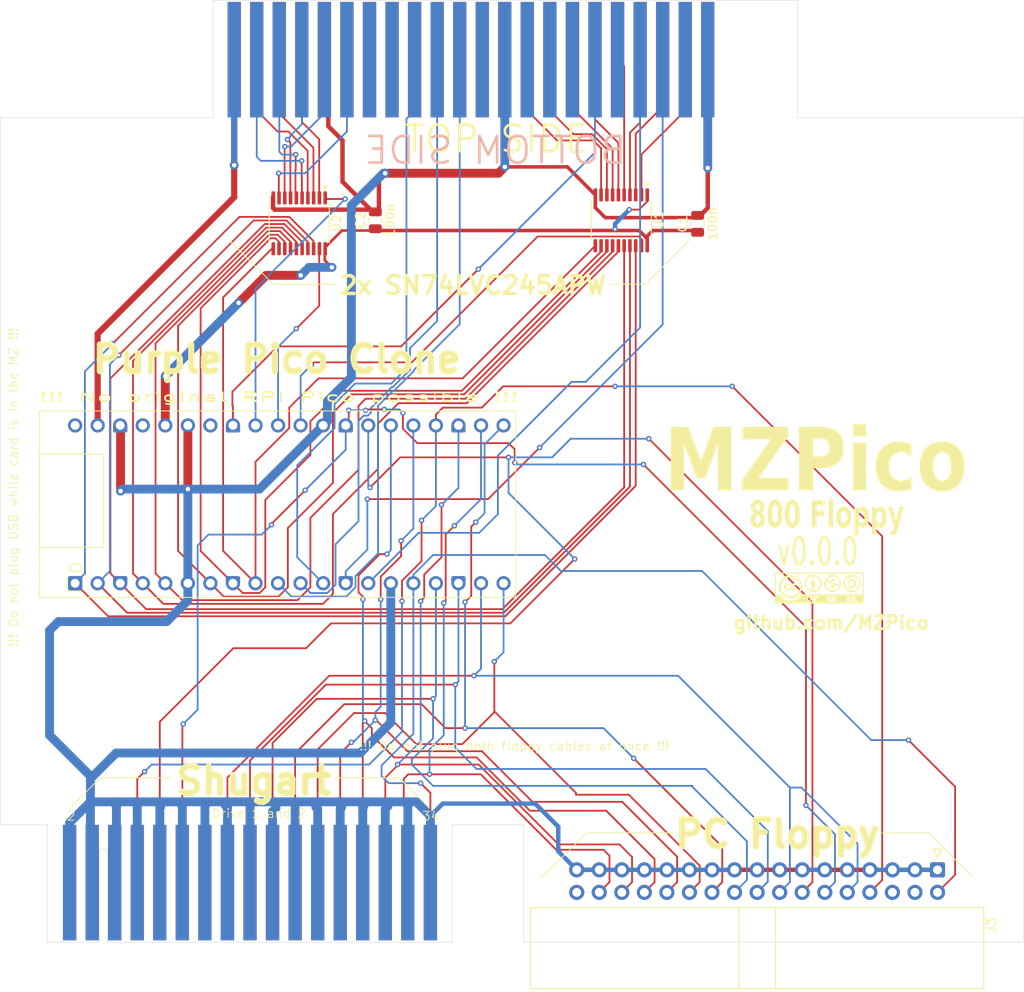
<source format=kicad_pcb>
(kicad_pcb (version 20241229) (generator "pcbnew") (generator_version "9.0")
  (layers (0 "F.Cu" signal) (2 "B.Cu" signal) (13 "F.Paste" user) (15 "B.Paste" user) (5 "F.SilkS" user "F.Silkscreen") (7 "B.SilkS" user "B.Silkscreen") (1 "F.Mask" user) (3 "B.Mask" user) (25 "Edge.Cuts" user))
  (net 0 "")
  (net 1 "GND")
  (net 3 "/AD0")
  (net 4 "/RESET")
  (net 5 "/~{INT}")
  (net 6 "/D4")
  (net 8 "/~{RD}")
  (net 9 "/~{IORQ}")
  (net 10 "/D2")
  (net 11 "/5V")
  (net 12 "/D6")
  (net 15 "/~{WR}")
  (net 17 "/D7")
  (net 18 "/AD2")
  (net 19 "/AD1")
  (net 20 "/AD5")
  (net 21 "/AD7")
  (net 22 "/~{EXWAIT}")
  (net 25 "/D0")
  (net 26 "/AD4")
  (net 29 "/D5")
  (net 31 "/AD6")
  (net 32 "/D1")
  (net 34 "/AD3")
  (net 37 "/D3")
  (net 38 "/VCC")
  (net 42 "/~{MOTOR_ON}")
  (net 43 "/~{INDEX}")
  (net 45 "/~{WGATE}")
  (net 46 "/~{DEN_RDY}")
  (net 47 "/~{TRK00}")
  (net 49 "/~{HDSEL}")
  (net 50 "/~{DIR}")
  (net 51 "/~{DS0}")
  (net 53 "/~{RDATA}")
  (net 54 "/~{STEP}")
  (net 55 "/~{DS1}")
  (net 56 "/~{WPT}")
  (net 57 "/~{WDATA}")
  (net 58 "/~{EN0}")
  (net 59 "/C6")
  (net 60 "/C4")
  (net 61 "/C2")
  (net 62 "/C7")
  (net 63 "/C0")
  (net 64 "/C3")
  (net 65 "/C5")
  (net 66 "/C1")
  (net 70 "/~{EN1}")
  (net 72 "/~{RD1}")
  (footprint "MZPico:Pico_Purple_16MB" (layer "F.Cu") (at 102.38 88.58 90)
    (property "Reference" "U4" (hide yes))
    (property "Value" "~" (hide yes))
  )
  (footprint "Package_SO:TSSOP-20_4.4x6.5mm_P0.65mm" (layer "F.Cu") (at 163.9 47.7 -90)
    (property "Reference" "U1")
    (property "Value" "SN74LVC245APW" (hide yes))
  )
  (footprint "Connector_IDC:IDC-Header_2x17_P2.54mm_Horizontal" (layer "F.Cu") (at 199.52 120.86 -90)
    (property "Reference" "J3")
    (property "Value" "PC Floppy")
  )
  (footprint "MZPico:MZ800_Expansion_Edge" (layer "F.Cu") (at 146.97 29.8032 180)
    (property "Reference" "J1" (hide yes))
    (property "Value" "MZ800_Expansion_Bus" (hide yes))
    (fp_line (start 29.053716 6.89369) (end 29.053716 -6.334751) (stroke (width 0.05)) (layer "Edge.Cuts"))
    (fp_line (start -36.768144 -6.335424) (end -36.768144 6.89369) (stroke (width 0.05)) (layer "Edge.Cuts"))
    (fp_line (start -36.773296 6.89369) (end 29.053716 6.89369) (stroke (width 0.05)) (layer "Edge.Cuts"))
  )
  (footprint "Package_SO:TSSOP-20_4.4x6.5mm_P0.65mm" (layer "F.Cu") (at 127.625 48.0375 -90)
    (property "Reference" "U2")
    (property "Value" "SN74LVC245APW")
  )
  (footprint "Capacitor_SMD:C_0805_2012Metric" (layer "F.Cu") (at 172.5 48.1 90)
    (property "Reference" "C1")
    (property "Value" "100n")
  )
  (footprint "Capacitor_SMD:C_0805_2012Metric" (layer "F.Cu") (at 136.2 47.7 90)
    (property "Reference" "C2")
    (property "Value" "100n")
  )
  (footprint "MZPico:license" (layer "F.Cu") (at 186.2 89.1)
    (property "Reference" "G***" (hide yes))
    (property "Value" "LOGO" (hide yes))
  )
  (footprint "MZPico:Floppy_Shugart_Edge" (layer "B.Cu") (at 128.43 122.0968 180)
    (property "Reference" "J2" (hide yes))
    (property "Value" "SHUGART" (hide yes))
    (fp_line (start 29.17025 -6.907988) (end 29.17025 6.321126) (stroke (width 0.05)) (layer "Edge.Cuts"))
    (fp_line (start 29.17025 -6.907988) (end 23.324448 -6.908219) (stroke (width 0.05)) (layer "Edge.Cuts"))
    (fp_line (start 23.324448 3.559979) (end 22.398064 3.559641) (stroke (width 0.05)) (layer "Edge.Cuts"))
    (fp_line (start 23.324448 -6.908219) (end 23.324448 3.559979) (stroke (width 0.05)) (layer "Edge.Cuts"))
    (fp_line (start 22.398064 3.559641) (end 22.397477 -6.908219) (stroke (width 0.05)) (layer "Edge.Cuts"))
    (fp_line (start 22.397477 -6.908219) (end -16.427564 -6.908219) (stroke (width 0.05)) (layer "Edge.Cuts"))
    (fp_line (start -16.427564 6.321126) (end -16.427564 -6.907988) (stroke (width 0.05)) (layer "Edge.Cuts"))
  )
  (gr_line (start 124.7 54.9) (end 119.9 50.1) (stroke (width 0.1)) (layer "F.SilkS"))
  (gr_line (start 105.2 110.5) (end 113.2 110.5) (stroke (width 0.1)) (layer "F.SilkS"))
  (gr_line (start 160 116.7) (end 169.7 116.7) (stroke (width 0.1)) (layer "F.SilkS"))
  (gr_line (start 193.3 116.7) (end 198.5 116.7) (stroke (width 0.1)) (layer "F.SilkS"))
  (gr_line (start 131.7 54.9) (end 124.7 54.9) (stroke (width 0.1)) (layer "F.SilkS"))
  (gr_line (start 102 113.7) (end 105.2 110.5) (stroke (width 0.1)) (layer "F.SilkS"))
  (gr_line (start 154.9 121.8) (end 160 116.7) (stroke (width 0.1)) (layer "F.SilkS"))
  (gr_line (start 138.9 110.5) (end 142.2 113.8) (stroke (width 0.1)) (layer "F.SilkS"))
  (gr_line (start 166.6 54.9) (end 171.5 50) (stroke (width 0.1)) (layer "F.SilkS"))
  (gr_line (start 162.6 54.9) (end 166.6 54.9) (stroke (width 0.1)) (layer "F.SilkS"))
  (gr_line (start 198.5 116.7) (end 203.4 121.6) (stroke (width 0.1)) (layer "F.SilkS"))
  (gr_line (start 138.9 110.5) (end 131.7 110.5) (stroke (width 0.1)) (layer "F.SilkS"))
  (gr_line (start 152.9 115.775674) (end 152.9 129) (stroke (width 0.05)) (layer "Edge.Cuts"))
  (gr_line (start 152.9 129) (end 209.245 129) (stroke (width 0.05)) (layer "Edge.Cuts"))
  (gr_line (start 183.738144 36.138624) (end 209.245 36.138624) (stroke (width 0.05)) (layer "Edge.Cuts"))
  (gr_line (start 99.25975 115.775674) (end 93.945 115.775674) (stroke (width 0.05)) (layer "Edge.Cuts"))
  (gr_line (start 209.245 36.138624) (end 209.245 129) (stroke (width 0.05)) (layer "Edge.Cuts"))
  (gr_line (start 144.857564 115.775674) (end 152.9 115.775674) (stroke (width 0.05)) (layer "Edge.Cuts"))
  (gr_line (start 93.945 36.137951) (end 93.945 115.775674) (stroke (width 0.05)) (layer "Edge.Cuts"))
  (gr_line (start 117.916284 36.137951) (end 93.945 36.137951) (stroke (width 0.05)) (layer "Edge.Cuts"))
  (gr_text "2x SN74LVC245APW" (at 132 56.2 0) (layer "F.SilkS") (effects (font (size 2 2) (thickness 0.4) (bold yes)) (justify left bottom)))
  (gr_text "Drive 1 and 2" (at 117.7 115.1 0) (layer "F.SilkS") (effects (font (size 1 1) (thickness 0.1)) (justify left bottom)))
  (gr_text "34" (at 141.4 115.4 0) (layer "F.SilkS") (effects (font (size 1 1) (thickness 0.1)) (justify left bottom)))
  (gr_text "!!! Do not plug USB while card is in the MZ !!!" (at 96 95.8 90) (layer "F.SilkS") (effects (font (size 1 1) (thickness 0.1)) (justify left bottom)))
  (gr_text "github.com/MZPico" (at 176.4 93.9 0) (layer "F.SilkS") (effects (font (size 1.5 1.5) (thickness 0.3) (bold yes)) (justify left bottom)))
  (gr_text "!!! No original RPI Pico possible !!!" (at 98.2 68.2 0) (layer "F.SilkS") (effects (font (size 1 2) (thickness 0.2) (bold yes)) (justify left bottom)))
  (gr_text "Shugart" (at 113.4 112.6 0) (layer "F.SilkS") (effects (font (size 3 3) (thickness 0.7) (bold yes)) (justify left bottom)))
  (gr_text "v0.0.0" (at 181.26 86.8 0) (layer "F.SilkS") (effects (font (size 3 2) (thickness 0.3)) (justify left bottom)))
  (gr_text "800 Floppy" (at 178.3 82.8 0) (layer "F.SilkS") (effects (font (size 3 2) (thickness 0.1)) (justify left bottom)))
  (gr_text "PC Floppy" (at 169.6 118.6 0) (layer "F.SilkS") (effects (font (size 3 3) (thickness 0.7) (bold yes)) (justify left bottom)))
  (gr_text "2" (at 101.4 115.4 0) (layer "F.SilkS") (effects (font (size 1 1) (thickness 0.1)) (justify left bottom)))
  (gr_text "TOP SIDE" (at 139.3 40.3 0) (layer "F.SilkS") (effects (font (size 3 3) (thickness 0.3)) (justify left bottom)))
  (gr_text "!!! Do not plug both floppy cables at once !!!" (at 134.3 107.5 0) (layer "F.SilkS") (effects (font (size 1 1) (thickness 0.1)) (justify left bottom)))
  (gr_text "Purple Pico Clone" (at 104 65.1 0) (layer "F.SilkS") (effects (font (size 3 3) (thickness 0.7) (bold yes)) (justify left bottom)))
  (gr_text "MZPico" (at 168.7 79.3 0) (layer "F.SilkS") (effects (font (size 7 6) (thickness 0.1)) (justify left bottom)))
  (gr_text "BOTTOM SIDE" (at 164.685 41.575 0) (layer "B.SilkS") (effects (font (size 3 3) (thickness 0.3)) (justify left bottom mirror)))
  (segment (start 115.08 70.8) (end 115.08 77.98) (width 1) (layer "F.Cu") (net 1))
  (segment (start 173.64 46.31) (end 173.64 29.6) (width 0.5) (layer "F.Cu") (net 1))
  (segment (start 158.88 120.86) (end 161.42 120.86) (width 0.5) (layer "F.Cu") (net 1))
  (segment (start 173 46.95) (end 173.64 46.31) (width 0.5) (layer "F.Cu") (net 1))
  (segment (start 130.9 30.04) (end 130.46 29.6) (width 0.5) (layer "F.Cu") (net 1))
  (segment (start 173 46.95) (end 172.55 47.4) (width 0.4) (layer "F.Cu") (net 1))
  (segment (start 124.674 46.324) (end 124.674 45.0375) (width 0.5) (layer "F.Cu") (net 1))
  (segment (start 136.1 46.95) (end 132.5 43.35) (width 0.5) (layer "F.Cu") (net 1))
  (segment (start 160.975 44.8375) (end 157.8175 41.68) (width 0.4) (layer "F.Cu") (net 1))
  (segment (start 157.8175 41.68) (end 150.78 41.68) (width 0.4) (layer "F.Cu") (net 1))
  (segment (start 176.66 120.86) (end 184.28 120.86) (width 0.5) (layer "F.Cu") (net 1))
  (segment (start 186.82 120.86) (end 191.9 120.86) (width 0.5) (layer "F.Cu") (net 1))
  (segment (start 132.5 38.7) (end 130.9 37.1) (width 0.5) (layer "F.Cu") (net 1))
  (segment (start 130.9 37.1) (end 130.9 30.04) (width 0.5) (layer "F.Cu") (net 1))
  (segment (start 150.06 42.4) (end 150.78 41.68) (width 1) (layer "F.Cu") (net 1))
  (segment (start 124.85 46.5) (end 124.674 46.324) (width 0.5) (layer "F.Cu") (net 1))
  (segment (start 162.1 47.4) (end 160.975 46.275) (width 0.4) (layer "F.Cu") (net 1))
  (segment (start 135.65 46.5) (end 124.85 46.5) (width 0.5) (layer "F.Cu") (net 1))
  (segment (start 132.5 43.35) (end 132.5 38.7) (width 0.5) (layer "F.Cu") (net 1))
  (segment (start 194.44 120.86) (end 199.52 120.86) (width 0.5) (layer "F.Cu") (net 1))
  (segment (start 136.6 46.45) (end 136.6 43.1) (width 0.5) (layer "F.Cu") (net 1))
  (segment (start 137.3 42.4) (end 150.06 42.4) (width 1) (layer "F.Cu") (net 1))
  (segment (start 136.1 46.95) (end 136.6 46.45) (width 0.5) (layer "F.Cu") (net 1))
  (segment (start 172.55 47.4) (end 162.1 47.4) (width 0.4) (layer "F.Cu") (net 1))
  (segment (start 107.5 70.91) (end 107.5 78.09) (width 1) (layer "F.Cu") (net 1))
  (segment (start 160.975 46.275) (end 160.975 44.8375) (width 0.4) (layer "F.Cu") (net 1))
  (segment (start 136.6 43.1) (end 137.3 42.4) (width 0.5) (layer "F.Cu") (net 1))
  (segment (start 136.1 46.95) (end 135.65 46.5) (width 0.5) (layer "F.Cu") (net 1))
  (via (at 107.5 78.2) (size 1) (drill 0.5) (layers "F.Cu" "B.Cu") (net 1))
  (via (at 173.64 41.8) (size 1) (drill 0.5) (layers "F.Cu" "B.Cu") (net 1))
  (via (at 115.08 77.98) (size 1) (drill 0.5) (layers "F.Cu" "B.Cu") (net 1))
  (via (at 137.3 42.4) (size 1) (drill 0.5) (layers "F.Cu" "B.Cu") (net 1))
  (via (at 150.78 41.68) (size 1) (drill 0.5) (layers "F.Cu" "B.Cu") (net 1))
  (segment (start 184.28 120.86) (end 186.82 120.86) (width 0.5) (layer "B.Cu") (net 1))
  (segment (start 112 113.2) (end 112 113.8) (width 1) (layer "B.Cu") (net 1))
  (segment (start 119.54 113.84) (end 119.54 122.3) (width 1) (layer "B.Cu") (net 1))
  (segment (start 117 113.6) (end 117 122.3) (width 1) (layer "B.Cu") (net 1))
  (segment (start 191.9 120.86) (end 199.52 120.86) (width 0.5) (layer "B.Cu") (net 1))
  (segment (start 140.8 113.2) (end 142.4 114.8) (width 1) (layer "B.Cu") (net 1))
  (segment (start 132.4 113.2) (end 132.4 113.8) (width 1) (layer "B.Cu") (net 1))
  (segment (start 129.5 113.8) (end 129.7 114) (width 1) (layer "B.Cu") (net 1))
  (segment (start 130.799 68.068214) (end 133.5 65.367215) (width 1) (layer "B.Cu") (net 1))
  (segment (start 104.104552 110.595448) (end 104.104552 110.304552) (width 1) (layer "B.Cu") (net 1))
  (segment (start 100.5 92.9) (end 112.7 92.9) (width 1) (layer "B.Cu") (net 1))
  (segment (start 114.4 113.2) (end 117.4 113.2) (width 1) (layer "B.Cu") (net 1))
  (segment (start 129.5 113.2) (end 129.5 113.8) (width 1) (layer "B.Cu") (net 1))
  (segment (start 158.88 120.86) (end 156.8 118.78) (width 0.5) (layer "B.Cu") (net 1))
  (segment (start 139.7 113.2) (end 139.86 113.36) (width 1) (layer "B.Cu") (net 1))
  (segment (start 129.7 114) (end 129.7 122.3) (width 1) (layer "B.Cu") (net 1))
  (segment (start 104.104552 113.2) (end 104.104552 118.536456) (width 1) (layer "B.Cu") (net 1))
  (segment (start 101.76 122.3) (end 101.76 115.544552) (width 1) (layer "B.Cu") (net 1))
  (segment (start 107.032913 113.732913) (end 107.032913 118.122722) (width 1) (layer "B.Cu") (net 1))
  (segment (start 150.78 29.6) (end 150.78 41.68) (width 1) (layer "B.Cu") (net 1))
  (segment (start 107 113.2) (end 107 113.7) (width 1) (layer "B.Cu") (net 1))
  (segment (start 134.9 113.2) (end 134.9 113.7) (width 1) (layer "B.Cu") (net 1))
  (segment (start 107 107.7) (end 104.104552 110.595448) (width 1) (layer "B.Cu") (net 1))
  (segment (start 123.14 77.98) (end 130.32 70.8) (width 1) (layer "B.Cu") (net 1))
  (segment (start 114.4 113.7) (end 114.46 113.76) (width 1) (layer "B.Cu") (net 1))
  (segment (start 132.24 113.96) (end 132.24 122.3) (width 1) (layer "B.Cu") (net 1))
  (segment (start 125 113.2) (end 125 113.9) (width 1) (layer "B.Cu") (net 1))
  (segment (start 134.78 113.82) (end 134.78 122.3) (width 1) (layer "B.Cu") (net 1))
  (segment (start 156.8 116) (end 154.2 113.4) (width 0.5) (layer "B.Cu") (net 1))
  (segment (start 104.104552 110.304552) (end 99.5 105.7) (width 1) (layer "B.Cu") (net 1))
  (segment (start 137.115628 42.4) (end 137.3 42.4) (width 1) (layer "B.Cu") (net 1))
  (segment (start 112.7 92.9) (end 115.08 90.52) (width 1) (layer "B.Cu") (net 1))
  (segment (start 112 113.8) (end 111.92 113.88) (width 1) (layer "B.Cu") (net 1))
  (segment (start 115.08 77.98) (end 115.08 88.58) (width 1) (layer "B.Cu") (net 1))
  (segment (start 137.94 104.26) (end 134.5 107.7) (width 1) (layer "B.Cu") (net 1))
  (segment (start 137.6 113.2) (end 137.6 113.7) (width 1) (layer "B.Cu") (net 1))
  (segment (start 109.2 113.2) (end 112 113.2) (width 1) (layer "B.Cu") (net 1))
  (segment (start 122.08 113.82) (end 122.08 122.3) (width 1) (layer "B.Cu") (net 1))
  (segment (start 104.104552 113.2) (end 107 113.2) (width 1) (layer "B.Cu") (net 1))
  (segment (start 107.72 77.98) (end 107.5 78.2) (width 1) (layer "B.Cu") (net 1))
  (segment (start 143.8 113.4) (end 142.4 114.8) (width 0.5) (layer "B.Cu") (net 1))
  (segment (start 114.4 113.2) (end 114.4 113.7) (width 1) (layer "B.Cu") (net 1))
  (segment (start 124.62 114.28) (end 124.62 122.3) (width 1) (layer "B.Cu") (net 1))
  (segment (start 156.8 118.78) (end 156.8 116) (width 0.5) (layer "B.Cu") (net 1))
  (segment (start 132.4 113.8) (end 132.24 113.96) (width 1) (layer "B.Cu") (net 1))
  (segment (start 130.32 70.8) (end 130.799 70.321) (width 1) (layer "B.Cu") (net 1))
  (segment (start 117.4 113.2) (end 119.3 113.2) (width 1) (layer "B.Cu") (net 1))
  (segment (start 107 113.2) (end 109.2 113.2) (width 1) (layer "B.Cu") (net 1))
  (segment (start 112 113.2) (end 114.4 113.2) (width 1) (layer "B.Cu") (net 1))
  (segment (start 122.1 113.2) (end 125 113.2) (width 1) (layer "B.Cu") (net 1))
  (segment (start 125 113.9) (end 124.62 114.28) (width 1) (layer "B.Cu") (net 1))
  (segment (start 99.5 93.9) (end 100.5 92.9) (width 1) (layer "B.Cu") (net 1))
  (segment (start 111.92 113.88) (end 111.92 122.3) (width 1) (layer "B.Cu") (net 1))
  (segment (start 117.4 113.2) (end 117 113.6) (width 1) (layer "B.Cu") (net 1))
  (segment (start 127.16 113.24) (end 127.16 122.3) (width 1) (layer "B.Cu") (net 1))
  (segment (start 125 113.2) (end 127.2 113.2) (width 1) (layer "B.Cu") (net 1))
  (segment (start 101.76 115.544552) (end 104.104552 113.2) (width 1) (layer "B.Cu") (net 1))
  (segment (start 154.2 113.4) (end 143.8 113.4) (width 0.5) (layer "B.Cu") (net 1))
  (segment (start 133.5 46.015628) (end 137.115628 42.4) (width 1) (layer "B.Cu") (net 1))
  (segment (start 115.08 77.98) (end 107.72 77.98) (width 1) (layer "B.Cu") (net 1))
  (segment (start 139.86 113.36) (end 139.86 122.3) (width 1) (layer "B.Cu") (net 1))
  (segment (start 137.32 113.98) (end 137.32 122.3) (width 1) (layer "B.Cu") (net 1))
  (segment (start 99.5 105.7) (end 99.5 93.9) (width 1) (layer "B.Cu") (net 1))
  (segment (start 119.3 113.2) (end 119.3 113.6) (width 1) (layer "B.Cu") (net 1))
  (segment (start 129.5 113.2) (end 132.4 113.2) (width 1) (layer "B.Cu") (net 1))
  (segment (start 115.08 90.52) (end 115.08 88.58) (width 1) (layer "B.Cu") (net 1))
  (segment (start 109.2 113.2) (end 109.38 113.38) (width 1) (layer "B.Cu") (net 1))
  (segment (start 158.88 120.86) (end 176.66 120.86) (width 0.5) (layer "B.Cu") (net 1))
  (segment (start 122.1 113.2) (end 122.1 113.8) (width 1) (layer "B.Cu") (net 1))
  (segment (start 132.4 113.2) (end 134.9 113.2) (width 1) (layer "B.Cu") (net 1))
  (segment (start 122.1 113.8) (end 122.08 113.82) (width 1) (layer "B.Cu") (net 1))
  (segment (start 173.64 41.8) (end 173.64 29.6) (width 1) (layer "B.Cu") (net 1))
  (segment (start 142.4 114.8) (end 142.4 122.3) (width 1) (layer "B.Cu") (net 1))
  (segment (start 134.9 113.2) (end 137.6 113.2) (width 1) (layer "B.Cu") (net 1))
  (segment (start 139.7 113.2) (end 140.8 113.2) (width 1) (layer "B.Cu") (net 1))
  (segment (start 107 113.7) (end 107.032913 113.732913) (width 1) (layer "B.Cu") (net 1))
  (segment (start 119.3 113.6) (end 119.54 113.84) (width 1) (layer "B.Cu") (net 1))
  (segment (start 104.104552 110.595448) (end 104.104552 113.2) (width 1) (layer "B.Cu") (net 1))
  (segment (start 130.799 70.321) (end 130.799 68.068214) (width 1) (layer "B.Cu") (net 1))
  (segment (start 134.9 113.7) (end 134.78 113.82) (width 1) (layer "B.Cu") (net 1))
  (segment (start 134.5 107.7) (end 107 107.7) (width 1) (layer "B.Cu") (net 1))
  (segment (start 133.5 65.367215) (end 133.5 46.015628) (width 1) (layer "B.Cu") (net 1))
  (segment (start 115.08 77.98) (end 123.14 77.98) (width 1) (layer "B.Cu") (net 1))
  (segment (start 127.2 113.2) (end 127.16 113.24) (width 1) (layer "B.Cu") (net 1))
  (segment (start 119.3 113.2) (end 122.1 113.2) (width 1) (layer "B.Cu") (net 1))
  (segment (start 127.2 113.2) (end 129.5 113.2) (width 1) (layer "B.Cu") (net 1))
  (segment (start 137.6 113.2) (end 139.7 113.2) (width 1) (layer "B.Cu") (net 1))
  (segment (start 137.94 88.58) (end 137.94 104.26) (width 1) (layer "B.Cu") (net 1))
  (segment (start 150.78 41.68) (end 150.8 41.7) (width 0.2) (layer "B.Cu") (net 1))
  (segment (start 109.38 113.38) (end 109.38 122.3) (width 1) (layer "B.Cu") (net 1))
  (segment (start 137.6 113.7) (end 137.32 113.98) (width 1) (layer "B.Cu") (net 1))
  (segment (start 114.46 113.76) (end 114.46 122.3) (width 1) (layer "B.Cu") (net 1))
  (segment (start 166.175 40.275) (end 166.175 44.8375) (width 0.2) (layer "F.Cu") (net 3))
  (segment (start 171.1 35.35) (end 166.175 40.275) (width 0.2) (layer "F.Cu") (net 3))
  (segment (start 171.1 29.6) (end 171.1 35.35) (width 0.2) (layer "F.Cu") (net 3))
  (segment (start 120.1 68.6) (end 120.16 68.66) (width 0.2) (layer "F.Cu") (net 4))
  (segment (start 147.8 53.2) (end 139.1 61.9) (width 0.2) (layer "F.Cu") (net 4))
  (segment (start 120.16 68.66) (end 120.16 70.8) (width 0.2) (layer "F.Cu") (net 4))
  (segment (start 125.2 61.9) (end 120.1 67) (width 0.2) (layer "F.Cu") (net 4))
  (segment (start 120.1 67) (end 120.1 68.6) (width 0.2) (layer "F.Cu") (net 4))
  (segment (start 139.1 61.9) (end 125.2 61.9) (width 0.2) (layer "F.Cu") (net 4))
  (via (at 147.8 53.2) (size 0.6) (drill 0.3) (layers "F.Cu" "B.Cu") (net 4))
  (segment (start 148.4 52.6) (end 147.8 53.2) (width 0.2) (layer "B.Cu") (net 4))
  (segment (start 160.94 40.06) (end 148.4 52.6) (width 0.2) (layer "B.Cu") (net 4))
  (segment (start 160.94 29.6) (end 160.94 40.06) (width 0.2) (layer "B.Cu") (net 4))
  (segment (start 158.3 65.9) (end 159.9 65.9) (width 0.2) (layer "B.Cu") (net 5))
  (segment (start 150 74.2) (end 158.3 65.9) (width 0.2) (layer "B.Cu") (net 5))
  (segment (start 141.08 82.9) (end 147.9 82.9) (width 0.2) (layer "B.Cu") (net 5))
  (segment (start 166.02 59.78) (end 166.02 29.6) (width 0.2) (layer "B.Cu") (net 5))
  (segment (start 136.02 88.58) (end 135.4 88.58) (width 0.2) (layer "B.Cu") (net 5))
  (segment (start 135.4 88.58) (end 141.08 82.9) (width 0.2) (layer "B.Cu") (net 5))
  (segment (start 159.9 65.9) (end 166.02 59.78) (width 0.2) (layer "B.Cu") (net 5))
  (segment (start 147.9 82.9) (end 150 80.8) (width 0.2) (layer "B.Cu") (net 5))
  (segment (start 150 80.8) (end 150 74.2) (width 0.2) (layer "B.Cu") (net 5))
  (segment (start 127.199 42.001) (end 127.199 44.9615) (width 0.2) (layer "F.Cu") (net 6))
  (segment (start 127.199 44.9615) (end 127.275 45.0375) (width 0.2) (layer "F.Cu") (net 6))
  (segment (start 127.225 40.3) (end 127.225 41.975) (width 0.2) (layer "F.Cu") (net 6))
  (segment (start 127.225 41.975) (end 127.199 42.001) (width 0.2) (layer "F.Cu") (net 6))
  (via (at 127.225 40.3) (size 0.6) (drill 0.3) (layers "F.Cu" "B.Cu") (net 6))
  (segment (start 127.225 40.3) (end 125.7 40.3) (width 0.2) (layer "B.Cu") (net 6))
  (segment (start 125.38 39.98) (end 125.38 29.6) (width 0.2) (layer "B.Cu") (net 6))
  (segment (start 125.7 40.3) (end 125.38 39.98) (width 0.2) (layer "B.Cu") (net 6))
  (segment (start 140.101 64.54195) (end 138.221475 66.421475) (width 0.2) (layer "B.Cu") (net 8))
  (segment (start 140.101 62.099) (end 140.101 64.54195) (width 0.2) (layer "B.Cu") (net 8))
  (segment (start 134.3 70.3) (end 134.3 81.6) (width 0.2) (layer "B.Cu") (net 8))
  (segment (start 135.701 69.348943) (end 135.348943 69.701) (width 0.2) (layer "B.Cu") (net 8))
  (segment (start 143.16 59.04) (end 140.101 62.099) (width 0.2) (layer "B.Cu") (net 8))
  (segment (start 131.712203 84.187797) (end 131.712203 88.744847) (width 0.2) (layer "B.Cu") (net 8))
  (segment (start 135.348943 69.701) (end 135 69.701) (width 0.2) (layer "B.Cu") (net 8))
  (segment (start 134.899 69.701) (end 134.3 70.3) (width 0.2) (layer "B.Cu") (net 8))
  (segment (start 138.221475 66.421475) (end 138.154025 66.488925) (width 0.2) (layer "B.Cu") (net 8))
  (segment (start 135 69.701) (end 134.899 69.701) (width 0.2) (layer "B.Cu") (net 8))
  (segment (start 143.16 29.6) (end 143.16 59.04) (width 0.2) (layer "B.Cu") (net 8))
  (segment (start 131.712203 88.744847) (end 130.77605 89.681) (width 0.2) (layer "B.Cu") (net 8))
  (segment (start 128.881 89.681) (end 127.78 88.58) (width 0.2) (layer "B.Cu") (net 8))
  (segment (start 130.77605 89.681) (end 128.881 89.681) (width 0.2) (layer "B.Cu") (net 8))
  (segment (start 131.8 84.1) (end 131.712203 84.187797) (width 0.2) (layer "B.Cu") (net 8))
  (segment (start 138.043975 66.488925) (end 135.701 68.8319) (width 0.2) (layer "B.Cu") (net 8))
  (segment (start 134.3 81.6) (end 131.8 84.1) (width 0.2) (layer "B.Cu") (net 8))
  (segment (start 135.701 68.8319) (end 135.701 69.348943) (width 0.2) (layer "B.Cu") (net 8))
  (segment (start 138.154025 66.488925) (end 138.043975 66.488925) (width 0.2) (layer "B.Cu") (net 8))
  (segment (start 138.320125 66.889925) (end 138.210075 66.889925) (width 0.2) (layer "B.Cu") (net 9))
  (segment (start 133.966 89.038122) (end 132.922122 90.082) (width 0.2) (layer "B.Cu") (net 9))
  (segment (start 145.7 59.4) (end 140.502 64.598) (width 0.2) (layer "B.Cu") (net 9))
  (segment (start 145.7 29.6) (end 145.7 59.4) (width 0.2) (layer "B.Cu") (net 9))
  (segment (start 140.502 64.598) (end 140.502 64.70805) (width 0.2) (layer "B.Cu") (net 9))
  (segment (start 132.922122 90.082) (end 126.742 90.082) (width 0.2) (layer "B.Cu") (net 9))
  (segment (start 126.742 90.082) (end 125.24 88.58) (width 0.2) (layer "B.Cu") (net 9))
  (segment (start 133.966 87.770406) (end 133.966 89.038122) (width 0.2) (layer "B.Cu") (net 9))
  (segment (start 136.501 68.599) (end 136.501 85.235406) (width 0.2) (layer "B.Cu") (net 9))
  (segment (start 136.501 85.235406) (end 133.966 87.770406) (width 0.2) (layer "B.Cu") (net 9))
  (segment (start 138.210075 66.889925) (end 136.501 68.599) (width 0.2) (layer "B.Cu") (net 9))
  (segment (start 140.502 64.70805) (end 138.320125 66.889925) (width 0.2) (layer "B.Cu") (net 9))
  (segment (start 122.84 29.6) (end 122.84 35.35) (width 0.2) (layer "F.Cu") (net 10))
  (segment (start 125.19 37.7) (end 126.4 37.7) (width 0.2) (layer "F.Cu") (net 10))
  (segment (start 122.84 35.35) (end 125.19 37.7) (width 0.2) (layer "F.Cu") (net 10))
  (segment (start 126.4 37.7) (end 128.575 39.875) (width 0.2) (layer "F.Cu") (net 10))
  (segment (start 128.575 39.875) (end 128.575 45.0375) (width 0.2) (layer "F.Cu") (net 10))
  (segment (start 120.3 45.1) (end 104.92 60.48) (width 0.7) (layer "F.Cu") (net 11))
  (segment (start 104.92 60.48) (end 104.92 70.8) (width 0.7) (layer "F.Cu") (net 11))
  (segment (start 120.3 41.5) (end 120.3 45.1) (width 0.7) (layer "F.Cu") (net 11))
  (segment (start 120.3 29.6) (end 120.3 41.5) (width 0.7) (layer "F.Cu") (net 11))
  (via (at 120.3 41.5) (size 1) (drill 0.5) (layers "F.Cu" "B.Cu") (net 11))
  (segment (start 120.3 29.6) (end 120.3 41.4) (width 0.7) (layer "B.Cu") (net 11))
  (segment (start 125.975 45.0375) (end 125.975 39.475) (width 0.2) (layer "F.Cu") (net 12))
  (via (at 126 39.4) (size 0.6) (drill 0.3) (layers "F.Cu" "B.Cu") (net 12))
  (segment (start 126.7 39.4) (end 126 39.4) (width 0.2) (layer "B.Cu") (net 12))
  (segment (start 130.46 29.6) (end 130.46 35.64) (width 0.2) (layer "B.Cu") (net 12))
  (segment (start 130.46 35.64) (end 126.7 39.4) (width 0.2) (layer "B.Cu") (net 12))
  (segment (start 127.4 75.3) (end 127.4 85.66) (width 0.2) (layer "B.Cu") (net 15))
  (segment (start 131.6 71.1) (end 127.4 75.3) (width 0.2) (layer "B.Cu") (net 15))
  (segment (start 127.4 85.66) (end 130.32 88.58) (width 0.2) (layer "B.Cu") (net 15))
  (segment (start 140.62 29.6) (end 140.62 35.35) (width 0.2) (layer "B.Cu") (net 15))
  (segment (start 139.7 36.27) (end 139.7 64.37585) (width 0.2) (layer "B.Cu") (net 15))
  (segment (start 139.7 64.37585) (end 137.987925 66.087925) (width 0.2) (layer "B.Cu") (net 15))
  (segment (start 133.912075 66.087925) (end 131.6 68.4) (width 0.2) (layer "B.Cu") (net 15))
  (segment (start 137.987925 66.087925) (end 133.912075 66.087925) (width 0.2) (layer "B.Cu") (net 15))
  (segment (start 140.62 35.35) (end 139.7 36.27) (width 0.2) (layer "B.Cu") (net 15))
  (segment (start 131.6 68.4) (end 131.6 71.1) (width 0.2) (layer "B.Cu") (net 15))
  (segment (start 125.3 42.4) (end 125.325 42.425) (width 0.2) (layer "F.Cu") (net 17))
  (segment (start 125.325 42.425) (end 125.325 45.0375) (width 0.2) (layer "F.Cu") (net 17))
  (via (at 125.3 42.4) (size 0.6) (drill 0.3) (layers "F.Cu" "B.Cu") (net 17))
  (segment (start 133 37.7) (end 128.6 42.1) (width 0.2) (layer "B.Cu") (net 17))
  (segment (start 133 29.6) (end 133 37.7) (width 0.2) (layer "B.Cu") (net 17))
  (segment (start 128.3 42.4) (end 125.3 42.4) (width 0.2) (layer "B.Cu") (net 17))
  (segment (start 128.6 42.1) (end 128.3 42.4) (width 0.2) (layer "B.Cu") (net 17))
  (segment (start 166.02 29.6) (end 166.02 36.68) (width 0.2) (layer "F.Cu") (net 18))
  (segment (start 164.875 37.825) (end 164.875 44.8375) (width 0.2) (layer "F.Cu") (net 18))
  (segment (start 166.02 36.68) (end 164.875 37.825) (width 0.2) (layer "F.Cu") (net 18))
  (segment (start 168.56 29.66) (end 168.6 29.7) (width 0.2) (layer "F.Cu") (net 19))
  (segment (start 168.6 34.872) (end 165.525 37.947) (width 0.2) (layer "F.Cu") (net 19))
  (segment (start 165.525 37.947) (end 165.525 44.8375) (width 0.2) (layer "F.Cu") (net 19))
  (segment (start 168.56 29.6) (end 168.56 29.66) (width 0.2) (layer "F.Cu") (net 19))
  (segment (start 168.6 29.7) (end 168.6 34.872) (width 0.2) (layer "F.Cu") (net 19))
  (segment (start 158.4 29.6) (end 158.4 35.1) (width 0.2) (layer "F.Cu") (net 20))
  (segment (start 158.4 35.1) (end 162.925 39.625) (width 0.2) (layer "F.Cu") (net 20))
  (segment (start 162.925 39.625) (end 162.925 44.8375) (width 0.2) (layer "F.Cu") (net 20))
  (segment (start 160.7329 38.7) (end 161.625 39.5921) (width 0.2) (layer "F.Cu") (net 21))
  (segment (start 153.32 35.35) (end 156.67 38.7) (width 0.2) (layer "F.Cu") (net 21))
  (segment (start 156.67 38.7) (end 160.7329 38.7) (width 0.2) (layer "F.Cu") (net 21))
  (segment (start 161.625 39.5921) (end 161.625 44.8375) (width 0.2) (layer "F.Cu") (net 21))
  (segment (start 153.32 29.6) (end 153.32 35.35) (width 0.2) (layer "F.Cu") (net 21))
  (segment (start 135.3 79.1) (end 148.9 79.1) (width 0.2) (layer "F.Cu") (net 22))
  (segment (start 148.9 79.1) (end 154.7 73.3) (width 0.2) (layer "F.Cu") (net 22))
  (via (at 154.7 73.3) (size 0.6) (drill 0.3) (layers "F.Cu" "B.Cu") (net 22))
  (via (at 135.3 79.1) (size 0.6) (drill 0.3) (layers "F.Cu" "B.Cu") (net 22))
  (segment (start 168.56 29.6) (end 168.56 59.44) (width 0.2) (layer "B.Cu") (net 22))
  (segment (start 132.86 88.58) (end 132.86 87.231506) (width 0.2) (layer "B.Cu") (net 22))
  (segment (start 168.56 59.44) (end 154.7 73.3) (width 0.2) (layer "B.Cu") (net 22))
  (segment (start 135.3 84.791506) (end 135.3 79.1) (width 0.2) (layer "B.Cu") (net 22))
  (segment (start 132.86 87.231506) (end 135.3 84.791506) (width 0.2) (layer "B.Cu") (net 22))
  (segment (start 127.92 29.6) (end 127.92 36.62) (width 0.2) (layer "F.Cu") (net 25))
  (segment (start 127.92 36.62) (end 129.875 38.575) (width 0.2) (layer "F.Cu") (net 25))
  (segment (start 129.875 38.575) (end 129.875 45.0375) (width 0.2) (layer "F.Cu") (net 25))
  (segment (start 127.9 29.6) (end 127.8 29.5) (width 0.2) (layer "F.Cu") (net 25))
  (segment (start 163.575 38.975) (end 163.575 44.8375) (width 0.2) (layer "F.Cu") (net 26))
  (segment (start 160.94 36.34) (end 163.575 38.975) (width 0.2) (layer "F.Cu") (net 26))
  (segment (start 160.94 29.6) (end 160.94 36.34) (width 0.2) (layer "F.Cu") (net 26))
  (segment (start 126.625 38.925) (end 126.3 38.6) (width 0.2) (layer "F.Cu") (net 29))
  (segment (start 126.625 45.0375) (end 126.625 38.925) (width 0.2) (layer "F.Cu") (net 29))
  (via (at 126.3 38.6) (size 0.6) (drill 0.3) (layers "F.Cu" "B.Cu") (net 29))
  (segment (start 126.3 38.6) (end 126.6 38.3) (width 0.2) (layer "B.Cu") (net 29))
  (segment (start 126.6 38.3) (end 126.6 38.2) (width 0.2) (layer "B.Cu") (net 29))
  (segment (start 127.92 29.6) (end 127.92 36.88) (width 0.2) (layer "B.Cu") (net 29))
  (segment (start 127.92 36.88) (end 126.6 38.2) (width 0.2) (layer "B.Cu") (net 29))
  (segment (start 158.51 38) (end 160.6 38) (width 0.2) (layer "F.Cu") (net 31))
  (segment (start 155.86 35.35) (end 158.51 38) (width 0.2) (layer "F.Cu") (net 31))
  (segment (start 160.6 38) (end 162.275 39.675) (width 0.2) (layer "F.Cu") (net 31))
  (segment (start 155.86 29.6) (end 155.86 35.35) (width 0.2) (layer "F.Cu") (net 31))
  (segment (start 162.275 39.675) (end 162.275 44.8375) (width 0.2) (layer "F.Cu") (net 31))
  (segment (start 125.38 35.68) (end 129.225 39.525) (width 0.2) (layer "F.Cu") (net 32))
  (segment (start 129.225 39.525) (end 129.225 45.0375) (width 0.2) (layer "F.Cu") (net 32))
  (segment (start 125.38 29.6) (end 125.38 35.68) (width 0.2) (layer "F.Cu") (net 32))
  (segment (start 163.48 29.6) (end 164.225 30.345) (width 0.2) (layer "F.Cu") (net 34))
  (segment (start 164.225 30.345) (end 164.225 44.8375) (width 0.2) (layer "F.Cu") (net 34))
  (segment (start 127.9 41) (end 127.9 42.9) (width 0.2) (layer "F.Cu") (net 37))
  (segment (start 127.925 42.925) (end 127.925 45.0375) (width 0.2) (layer "F.Cu") (net 37))
  (segment (start 127.9 42.9) (end 127.925 42.925) (width 0.2) (layer "F.Cu") (net 37))
  (via (at 127.9 41) (size 0.6) (drill 0.3) (layers "F.Cu" "B.Cu") (net 37))
  (segment (start 127.9 41) (end 123.3 41) (width 0.2) (layer "B.Cu") (net 37))
  (segment (start 123.3 41) (end 122.84 40.54) (width 0.2) (layer "B.Cu") (net 37))
  (segment (start 122.84 40.54) (end 122.84 29.6) (width 0.2) (layer "B.Cu") (net 37))
  (segment (start 165.899999 46.5) (end 165.8 46.5) (width 0.2) (layer "F.Cu") (net 38))
  (segment (start 166.099999 46.3) (end 165.899999 46.5) (width 0.2) (layer "F.Cu") (net 38))
  (segment (start 166.825 44.8375) (end 166.825 45.574999) (width 0.2) (layer "F.Cu") (net 38))
  (segment (start 166.825 45.574999) (end 166.099999 46.3) (width 0.2) (layer "F.Cu") (net 38))
  (segment (start 132.4375 48.85) (end 130.525 50.7625) (width 0.3) (layer "F.Cu") (net 38))
  (segment (start 173 48.85) (end 167.45 48.85) (width 0.4) (layer "F.Cu") (net 38))
  (segment (start 112.54 68.1) (end 112.54 65.26) (width 1) (layer "F.Cu") (net 38))
  (segment (start 136.1 48.85) (end 132.4375 48.85) (width 0.3) (layer "F.Cu") (net 38))
  (segment (start 112.54 70.8) (end 112.54 68.1) (width 1) (layer "F.Cu") (net 38))
  (segment (start 165.8 46.5) (end 164.8 46.5) (width 0.2) (layer "F.Cu") (net 38))
  (segment (start 120.8 57) (end 123.9 53.9) (width 1) (layer "F.Cu") (net 38))
  (segment (start 130.5 52.2) (end 130.5 51.0385) (width 0.3) (layer "F.Cu") (net 38))
  (segment (start 131.3 53) (end 130.5 52.2) (width 0.3) (layer "F.Cu") (net 38))
  (segment (start 165.911292 48.85) (end 136.1 48.85) (width 0.4) (layer "F.Cu") (net 38))
  (segment (start 166.825 49.763708) (end 165.911292 48.85) (width 0.4) (layer "F.Cu") (net 38))
  (segment (start 123.9 53.9) (end 127.8 53.9) (width 1) (layer "F.Cu") (net 38))
  (segment (start 166.825 49.475) (end 166.825 50.5625) (width 0.4) (layer "F.Cu") (net 38))
  (segment (start 166.825 50.5625) (end 166.825 49.763708) (width 0.4) (layer "F.Cu") (net 38))
  (segment (start 167.45 48.85) (end 166.825 49.475) (width 0.4) (layer "F.Cu") (net 38))
  (via (at 112.54 65.26) (size 1) (drill 0.5) (layers "F.Cu" "B.Cu") (net 38))
  (via (at 120.8 57) (size 1) (drill 0.5) (layers "F.Cu" "B.Cu") (net 38))
  (via (at 164.8 46.5) (size 0.6) (drill 0.3) (layers "F.Cu" "B.Cu") (net 38))
  (via (at 131.3 53) (size 1) (drill 0.5) (layers "F.Cu" "B.Cu") (net 38))
  (via (at 127.8 53.9) (size 1) (drill 0.5) (layers "F.Cu" "B.Cu") (net 38))
  (via (at 163.2 48.7) (size 0.6) (drill 0.3) (layers "F.Cu" "B.Cu") (net 38))
  (segment (start 112.54 65.26) (end 120.8 57) (width 1) (layer "B.Cu") (net 38))
  (segment (start 128.7 53) (end 131.3 53) (width 1) (layer "B.Cu") (net 38))
  (segment (start 163.2 48.7) (end 163.2 48.8) (width 0.2) (layer "B.Cu") (net 38))
  (segment (start 163.2 48.1) (end 163.2 48.7) (width 0.5) (layer "B.Cu") (net 38))
  (segment (start 127.8 53.9) (end 128.35 53.35) (width 1) (layer "B.Cu") (net 38))
  (segment (start 164.8 46.5) (end 163.2 48.1) (width 0.5) (layer "B.Cu") (net 38))
  (segment (start 147.3 99) (end 131 99) (width 0.2) (layer "F.Cu") (net 42))
  (segment (start 131 99) (end 119.54 110.46) (width 0.2) (layer "F.Cu") (net 42))
  (segment (start 119.54 110.46) (end 119.54 122.3) (width 0.2) (layer "F.Cu") (net 42))
  (via (at 147.3 99) (size 0.6) (drill 0.3) (layers "F.Cu" "B.Cu") (net 42))
  (segment (start 148.1 98.2) (end 147.3 99) (width 0.2) (layer "B.Cu") (net 42))
  (segment (start 147.3 99) (end 170.3 99) (width 0.2) (layer "B.Cu") (net 42))
  (segment (start 182.891 122.249) (end 181.74 123.4) (width 0.2) (layer "B.Cu") (net 42))
  (segment (start 189.36 123.4) (end 190.511 122.249) (width 0.2) (layer "B.Cu") (net 42))
  (segment (start 190.511 117.911) (end 184.191 111.591) (width 0.2) (layer "B.Cu") (net 42))
  (segment (start 182.891 111.591) (end 182.891 122.249) (width 0.2) (layer "B.Cu") (net 42))
  (segment (start 184.191 111.591) (end 182.891 111.591) (width 0.2) (layer "B.Cu") (net 42))
  (segment (start 190.511 122.249) (end 190.511 117.911) (width 0.2) (layer "B.Cu") (net 42))
  (segment (start 170.3 99) (end 182.891 111.591) (width 0.2) (layer "B.Cu") (net 42))
  (segment (start 148.1 88.58) (end 148.1 98.2) (width 0.2) (layer "B.Cu") (net 42))
  (segment (start 150.6 66.4) (end 163.2 66.4) (width 0.2) (layer "F.Cu") (net 43))
  (segment (start 139.2 88.30295) (end 139.2 90.6) (width 0.2) (layer "F.Cu") (net 43))
  (segment (start 191.9 123.4) (end 193.289 122.011) (width 0.2) (layer "F.Cu") (net 43))
  (segment (start 193.289 122.011) (end 193.289 83.289) (width 0.2) (layer "F.Cu") (net 43))
  (segment (start 148.2 68.8) (end 150.6 66.4) (width 0.2) (layer "F.Cu") (net 43))
  (segment (start 110.2 109.8) (end 109.38 110.62) (width 0.2) (layer "F.Cu") (net 43))
  (segment (start 143.02 69.58) (end 143.8 68.8) (width 0.2) (layer "F.Cu") (net 43))
  (segment (start 109.38 110.62) (end 109.38 122.3) (width 0.2) (layer "F.Cu") (net 43))
  (segment (start 141.4 81.5) (end 141.4 86.10295) (width 0.2) (layer "F.Cu") (net 43))
  (segment (start 143.02 70.8) (end 143.02 69.58) (width 0.2) (layer "F.Cu") (net 43))
  (segment (start 143.8 68.8) (end 148.2 68.8) (width 0.2) (layer "F.Cu") (net 43))
  (segment (start 141.4 86.10295) (end 139.2 88.30295) (width 0.2) (layer "F.Cu") (net 43))
  (segment (start 193.289 83.289) (end 176.4 66.4) (width 0.2) (layer "F.Cu") (net 43))
  (via (at 176.4 66.4) (size 0.6) (drill 0.3) (layers "F.Cu" "B.Cu") (net 43))
  (via (at 163.2 66.4) (size 0.6) (drill 0.3) (layers "F.Cu" "B.Cu") (net 43))
  (via (at 110.2 109.8) (size 0.6) (drill 0.3) (layers "F.Cu" "B.Cu") (net 43))
  (via (at 139.2 90.6) (size 0.6) (drill 0.3) (layers "F.Cu" "B.Cu") (net 43))
  (via (at 141.4 81.5) (size 0.6) (drill 0.3) (layers "F.Cu" "B.Cu") (net 43))
  (segment (start 135.5 109) (end 111 109) (width 0.2) (layer "B.Cu") (net 43))
  (segment (start 139.2 105.3) (end 135.5 109) (width 0.2) (layer "B.Cu") (net 43))
  (segment (start 111 109) (end 110.2 109.8) (width 0.2) (layer "B.Cu") (net 43))
  (segment (start 143.02 79.88) (end 141.4 81.5) (width 0.2) (layer "B.Cu") (net 43))
  (segment (start 176.4 66.4) (end 163.2 66.4) (width 0.2) (layer "B.Cu") (net 43))
  (segment (start 143.02 70.8) (end 143.02 79.88) (width 0.2) (layer "B.Cu") (net 43))
  (segment (start 139.2 90.6) (end 139.2 105.3) (width 0.2) (layer "B.Cu") (net 43))
  (segment (start 133.8 103.2) (end 129.7 107.3) (width 0.2) (layer "F.Cu") (net 45))
  (segment (start 164.74776 112.4) (end 172.731 120.38324) (width 0.2) (layer "F.Cu") (net 45))
  (segment (start 172.731 120.38324) (end 172.731 122.249) (width 0.2) (layer "F.Cu") (net 45))
  (segment (start 137.3 103.2) (end 133.8 103.2) (width 0.2) (layer "F.Cu") (net 45))
  (segment (start 158.8 112.2) (end 158.8 112.4) (width 0.2) (layer "F.Cu") (net 45))
  (segment (start 158.8 112.4) (end 164.74776 112.4) (width 0.2) (layer "F.Cu") (net 45))
  (segment (start 149.6 103) (end 158.8 112.2) (width 0.2) (layer "F.Cu") (net 45))
  (segment (start 129.7 107.3) (end 129.7 122.3) (width 0.2) (layer "F.Cu") (net 45))
  (segment (start 149.6 103) (end 149.6 103.1) (width 0.2) (layer "F.Cu") (net 45))
  (segment (start 172.731 122.249) (end 171.58 123.4) (width 0.2) (layer "F.Cu") (net 45))
  (segment (start 140.8 106.7) (end 137.3 103.2) (width 0.2) (layer "F.Cu") (net 45))
  (segment (start 146 106.7) (end 140.8 106.7) (width 0.2) (layer "F.Cu") (net 45))
  (segment (start 149.6 97.4) (end 149.6 103) (width 0.2) (layer "F.Cu") (net 45))
  (segment (start 149.6 103.1) (end 146 106.7) (width 0.2) (layer "F.Cu") (net 45))
  (via (at 149.6 97.4) (size 0.6) (drill 0.3) (layers "F.Cu" "B.Cu") (net 45))
  (segment (start 150.64 96.36) (end 149.6 97.4) (width 0.2) (layer "B.Cu") (net 45))
  (segment (start 150.64 88.58) (end 150.64 96.36) (width 0.2) (layer "B.Cu") (net 45))
  (segment (start 201.5 117) (end 201.5 111.5) (width 0.2) (layer "F.Cu") (net 46))
  (segment (start 141.3 111.1) (end 142.4 112.2) (width 0.2) (layer "F.Cu") (net 46))
  (segment (start 142.4 112.2) (end 142.4 122.3) (width 0.2) (layer "F.Cu") (net 46))
  (segment (start 199.52 123.4) (end 201.5 121.42) (width 0.2) (layer "F.Cu") (net 46))
  (segment (start 201.5 121.42) (end 201.5 117) (width 0.2) (layer "F.Cu") (net 46))
  (segment (start 201.5 111.5) (end 196.25 106.25) (width 0.2) (layer "F.Cu") (net 46))
  (via (at 141.3 111.1) (size 0.6) (drill 0.3) (layers "F.Cu" "B.Cu") (net 46))
  (via (at 196.25 106.25) (size 0.6) (drill 0.3) (layers "F.Cu" "B.Cu") (net 46))
  (segment (start 136.9 110.3) (end 137.7 111.1) (width 0.2) (layer "B.Cu") (net 46))
  (segment (start 196.25 106.25) (end 192.05 106.25) (width 0.2) (layer "B.Cu") (net 46))
  (segment (start 137.7 111.1) (end 141.3 111.1) (width 0.2) (layer "B.Cu") (net 46))
  (segment (start 136.9 109.1) (end 136.9 110.3) (width 0.2) (layer "B.Cu") (net 46))
  (segment (start 192.05 106.25) (end 173 87.2) (width 0.2) (layer "B.Cu") (net 46))
  (segment (start 137 109) (end 136.9 109.1) (width 0.2) (layer "B.Cu") (net 46))
  (segment (start 157.1 87.2) (end 155.3 85.4) (width 0.2) (layer "B.Cu") (net 46))
  (segment (start 140.48 105.52) (end 137 109) (width 0.2) (layer "B.Cu") (net 46))
  (segment (start 140.48 87.62) (end 140.48 88.58) (width 0.2) (layer "B.Cu") (net 46))
  (segment (start 173 87.2) (end 157.1 87.2) (width 0.2) (layer "B.Cu") (net 46))
  (segment (start 140.48 88.58) (end 140.48 105.52) (width 0.2) (layer "B.Cu") (net 46))
  (segment (start 155.3 85.4) (end 142.7 85.4) (width 0.2) (layer "B.Cu") (net 46))
  (segment (start 142.7 85.4) (end 140.48 87.62) (width 0.2) (layer "B.Cu") (net 46))
  (segment (start 139.1 83.8) (end 139.1 85.53705) (width 0.2) (layer "F.Cu") (net 47))
  (segment (start 148.199 107.499) (end 139.799 107.499) (width 0.2) (layer "F.Cu") (net 47))
  (segment (start 133.5 106.5) (end 132.24 107.76) (width 0.2) (layer "F.Cu") (net 47))
  (segment (start 136.8 87.83705) (end 136.8 90.4) (width 0.2) (layer "F.Cu") (net 47))
  (segment (start 170.191 119.391) (end 168.9 118.1) (width 0.2) (layer "F.Cu") (net 47))
  (segment (start 139.799 107.499) (end 136.3 104) (width 0.2) (layer "F.Cu") (net 47))
  (segment (start 132.24 107.76) (end 132.24 122.3) (width 0.2) (layer "F.Cu") (net 47))
  (segment (start 170.191 122.249) (end 170.191 119.391) (width 0.2) (layer "F.Cu") (net 47))
  (segment (start 153.9 113.2) (end 148.4 107.7) (width 0.2) (layer "F.Cu") (net 47))
  (segment (start 164 113.2) (end 157.4 113.2) (width 0.2) (layer "F.Cu") (net 47))
  (segment (start 157.4 113.2) (end 153.9 113.2) (width 0.2) (layer "F.Cu") (net 47))
  (segment (start 169.04 123.4) (end 170.191 122.249) (width 0.2) (layer "F.Cu") (net 47))
  (segment (start 139.1 85.53705) (end 136.8 87.83705) (width 0.2) (layer "F.Cu") (net 47))
  (segment (start 148.4 107.7) (end 148.199 107.499) (width 0.2) (layer "F.Cu") (net 47))
  (segment (start 168.9 118.1) (end 164 113.2) (width 0.2) (layer "F.Cu") (net 47))
  (via (at 136.8 90.4) (size 0.6) (drill 0.3) (layers "F.Cu" "B.Cu") (net 47))
  (via (at 136.2 104) (size 0.6) (drill 0.3) (layers "F.Cu" "B.Cu") (net 47))
  (via (at 133.5 106.5) (size 0.6) (drill 0.3) (layers "F.Cu" "B.Cu") (net 47))
  (via (at 139.1 83.8) (size 0.6) (drill 0.3) (layers "F.Cu" "B.Cu") (net 47))
  (segment (start 136.8 102.5) (end 136.2 103.1) (width 0.2) (layer "B.Cu") (net 47))
  (segment (start 133.7 106.5) (end 133.5 106.5) (width 0.2) (layer "B.Cu") (net 47))
  (segment (start 140.48 82.42) (end 139.1 83.8) (width 0.2) (layer "B.Cu") (net 47))
  (segment (start 140.48 70.8) (end 140.48 82.42) (width 0.2) (layer "B.Cu") (net 47))
  (segment (start 136.8 90.4) (end 136.8 102.5) (width 0.2) (layer "B.Cu") (net 47))
  (segment (start 136.2 103.1) (end 136.2 104) (width 0.2) (layer "B.Cu") (net 47))
  (segment (start 136.2 104) (end 133.7 106.5) (width 0.2) (layer "B.Cu") (net 47))
  (segment (start 162.571 119.271) (end 161.9 118.6) (width 0.2) (layer "F.Cu") (net 49))
  (segment (start 139.4 110.6) (end 139.4 113.7) (width 0.2) (layer "F.Cu") (net 49))
  (segment (start 139.86 114.16) (end 139.86 122.3) (width 0.2) (layer "F.Cu") (net 49))
  (segment (start 144.121 90.579) (end 143.9 90.8) (width 0.2) (layer "F.Cu") (net 49))
  (segment (start 145.1 82.1) (end 144.121 83.079) (width 0.2) (layer "F.Cu") (net 49))
  (segment (start 162.571 122.249) (end 162.571 119.271) (width 0.2) (layer "F.Cu") (net 49))
  (segment (start 142.3 110.1) (end 148.074268 110.1) (width 0.2) (layer "F.Cu") (net 49))
  (segment (start 148.074268 110.1) (end 156.574268 118.6) (width 0.2) (layer "F.Cu") (net 49))
  (segment (start 156.574268 118.6) (end 161.9 118.6) (width 0.2) (layer "F.Cu") (net 49))
  (segment (start 139.9 110.1) (end 139.4 110.6) (width 0.2) (layer "F.Cu") (net 49))
  (segment (start 144.121 83.079) (end 144.121 90.579) (width 0.2) (layer "F.Cu") (net 49))
  (segment (start 142.3 110.1) (end 139.9 110.1) (width 0.2) (layer "F.Cu") (net 49))
  (segment (start 139.4 113.7) (end 139.86 114.16) (width 0.2) (layer "F.Cu") (net 49))
  (segment (start 161.42 123.4) (end 162.571 122.249) (width 0.2) (layer "F.Cu") (net 49))
  (via (at 142.3 110.1) (size 0.6) (drill 0.3) (layers "F.Cu" "B.Cu") (net 49))
  (via (at 145.1 82.1) (size 0.6) (drill 0.3) (layers "F.Cu" "B.Cu") (net 49))
  (via (at 143.9 90.8) (size 0.6) (drill 0.3) (layers "F.Cu" "B.Cu") (net 49))
  (segment (start 148.1 79.1) (end 145.1 82.1) (width 0.2) (layer "B.Cu") (net 49))
  (segment (start 143.9 105.7) (end 143.9 90.8) (width 0.2) (layer "B.Cu") (net 49))
  (segment (start 142.3 110.1) (end 142.3 107.3) (width 0.2) (layer "B.Cu") (net 49))
  (segment (start 148.1 70.8) (end 148.1 79.1) (width 0.2) (layer "B.Cu") (net 49))
  (segment (start 142.3 107.3) (end 143.9 105.7) (width 0.2) (layer "B.Cu") (net 49))
  (segment (start 130.6329 100) (end 122.08 108.5529) (width 0.2) (layer "F.Cu") (net 50))
  (segment (start 122.08 108.5529) (end 122.08 122.3) (width 0.2) (layer "F.Cu") (net 50))
  (segment (start 145.2 100) (end 130.6329 100) (width 0.2) (layer "F.Cu") (net 50))
  (via (at 145.2 100) (size 0.6) (drill 0.3) (layers "F.Cu" "B.Cu") (net 50))
  (segment (start 145.56 99.64) (end 145.2 100) (width 0.2) (layer "B.Cu") (net 50))
  (segment (start 145.56 88.58) (end 145.56 99.64) (width 0.2) (layer "B.Cu") (net 50))
  (segment (start 173.4 109.5) (end 180.4 116.5) (width 0.2) (layer "B.Cu") (net 50))
  (segment (start 145.2 100) (end 145.2 107.1) (width 0.2) (layer "B.Cu") (net 50))
  (segment (start 147.6 109.5) (end 173.4 109.5) (width 0.2) (layer "B.Cu") (net 50))
  (segment (start 180.4 122.2) (end 179.2 123.4) (width 0.2) (layer "B.Cu") (net 50))
  (segment (start 180.4 116.5) (end 180.4 122.2) (width 0.2) (layer "B.Cu") (net 50))
  (segment (start 145.2 107.1) (end 147.6 109.5) (width 0.2) (layer "B.Cu") (net 50))
  (segment (start 151.4 93.1) (end 158.65 85.85) (width 0.2) (layer "F.Cu") (net 51))
  (segment (start 139 74.4) (end 135.6 77.8) (width 0.2) (layer "F.Cu") (net 51))
  (segment (start 111.92 104.18) (end 114 102.1) (width 0.2) (layer "F.Cu") (net 51))
  (segment (start 185.431 122.249) (end 185.431 90.731) (width 0.2) (layer "F.Cu") (net 51))
  (segment (start 185.431 90.731) (end 167 72.3) (width 0.2) (layer "F.Cu") (net 51))
  (segment (start 111.92 122.3) (end 111.92 104.18) (width 0.2) (layer "F.Cu") (net 51))
  (segment (start 131.15 93.15) (end 131.2 93.1) (width 0.2) (layer "F.Cu") (net 51))
  (segment (start 128.4 95.9) (end 131.15 93.15) (width 0.2) (layer "F.Cu") (net 51))
  (segment (start 131.2 93.1) (end 151.4 93.1) (width 0.2) (layer "F.Cu") (net 51))
  (segment (start 151.2 74.4) (end 139 74.4) (width 0.2) (layer "F.Cu") (net 51))
  (segment (start 114 102.1) (end 120.2 95.9) (width 0.2) (layer "F.Cu") (net 51))
  (segment (start 120.9 95.9) (end 128.4 95.9) (width 0.2) (layer "F.Cu") (net 51))
  (segment (start 120.2 95.9) (end 120.9 95.9) (width 0.2) (layer "F.Cu") (net 51))
  (segment (start 184.28 123.4) (end 185.431 122.249) (width 0.2) (layer "F.Cu") (net 51))
  (via (at 167 72.3) (size 0.6) (drill 0.3) (layers "F.Cu" "B.Cu") (net 51))
  (via (at 135.6 77.8) (size 0.6) (drill 0.3) (layers "F.Cu" "B.Cu") (net 51))
  (via (at 158.65 85.85) (size 0.6) (drill 0.3) (layers "F.Cu" "B.Cu") (net 51))
  (via (at 151.2 74.4) (size 0.6) (drill 0.3) (layers "F.Cu" "B.Cu") (net 51))
  (segment (start 135.4 77.6) (end 135.4 70.8) (width 0.2) (layer "B.Cu") (net 51))
  (segment (start 158.65 85.85) (end 151.2 78.4) (width 0.2) (layer "B.Cu") (net 51))
  (segment (start 158.2 72.3) (end 156.1 74.4) (width 0.2) (layer "B.Cu") (net 51))
  (segment (start 151.2 78.4) (end 151.2 74.4) (width 0.2) (layer "B.Cu") (net 51))
  (segment (start 135.6 77.8) (end 135.4 77.6) (width 0.2) (layer "B.Cu") (net 51))
  (segment (start 156.1 74.4) (end 151.2 74.4) (width 0.2) (layer "B.Cu") (net 51))
  (segment (start 167 72.3) (end 158.2 72.3) (width 0.2) (layer "B.Cu") (net 51))
  (segment (start 163.96 123.4) (end 165.111 122.249) (width 0.2) (layer "F.Cu") (net 53))
  (segment (start 141.7 90.2) (end 141.3 90.6) (width 0.2) (layer "F.Cu") (net 53))
  (segment (start 141.7 89.8) (end 141.7 90.2) (width 0.2) (layer "F.Cu") (net 53))
  (segment (start 165.111 119.411) (end 163.7 118) (width 0.2) (layer "F.Cu") (net 53))
  (segment (start 138.7 109.1) (end 137.32 110.48) (width 0.2) (layer "F.Cu") (net 53))
  (segment (start 137.32 110.48) (end 137.32 122.3) (width 0.2) (layer "F.Cu") (net 53))
  (segment (start 165.111 122.249) (end 165.111 119.411) (width 0.2) (layer "F.Cu") (net 53))
  (segment (start 163.7 118) (end 156.8329 118) (width 0.2) (layer "F.Cu") (net 53))
  (segment (start 141.7 87.6) (end 141.7 89.8) (width 0.2) (layer "F.Cu") (net 53))
  (segment (start 143.65 85.65) (end 142.9 86.4) (width 0.2) (layer "F.Cu") (net 53))
  (segment (start 138.7 109) (end 138.7 109.1) (width 0.2) (layer "F.Cu") (net 53))
  (segment (start 143.65 85.6) (end 143.65 85.65) (width 0.2) (layer "F.Cu") (net 53))
  (segment (start 143.65 79.75) (end 143.65 85.6) (width 0.2) (layer "F.Cu") (net 53))
  (segment (start 156.8329 118) (end 147.8329 109) (width 0.2) (layer "F.Cu") (net 53))
  (segment (start 147.8329 109) (end 138.7 109) (width 0.2) (layer "F.Cu") (net 53))
  (segment (start 142.9 86.4) (end 141.7 87.6) (width 0.2) (layer "F.Cu") (net 53))
  (via (at 143.65 79.75) (size 0.6) (drill 0.3) (layers "F.Cu" "B.Cu") (net 53))
  (via (at 141.3 90.6) (size 0.6) (drill 0.3) (layers "F.Cu" "B.Cu") (net 53))
  (via (at 138.7 109) (size 0.6) (drill 0.3) (layers "F.Cu" "B.Cu") (net 53))
  (segment (start 141.3 90.6) (end 141.3 106.4) (width 0.2) (layer "B.Cu") (net 53))
  (segment (start 143.65 79.75) (end 143.6 79.8) (width 0.2) (layer "B.Cu") (net 53))
  (segment (start 141.3 106.4) (end 138.7 109) (width 0.2) (layer "B.Cu") (net 53))
  (segment (start 145.56 77.84) (end 143.65 79.75) (width 0.2) (layer "B.Cu") (net 53))
  (segment (start 145.56 70.8) (end 145.56 77.84) (width 0.2) (layer "B.Cu") (net 53))
  (segment (start 142.7 101.6) (end 129.6 101.6) (width 0.2) (layer "F.Cu") (net 54))
  (segment (start 129.6 101.6) (end 124.62 106.58) (width 0.2) (layer "F.Cu") (net 54))
  (segment (start 124.62 106.58) (end 124.62 122.3) (width 0.2) (layer "F.Cu") (net 54))
  (via (at 142.7 101.6) (size 0.6) (drill 0.3) (layers "F.Cu" "B.Cu") (net 54))
  (segment (start 142.7 111.4) (end 171.9 111.4) (width 0.2) (layer "B.Cu") (net 54))
  (segment (start 140.450057 108.3) (end 140.3 108.3) (width 0.2) (layer "B.Cu") (net 54))
  (segment (start 140.3 108.3) (end 140.3 109) (width 0.2) (layer "B.Cu") (net 54))
  (segment (start 142.7 106.050057) (end 140.450057 108.3) (width 0.2) (layer "B.Cu") (net 54))
  (segment (start 143.02 101.28) (end 142.7 101.6) (width 0.2) (layer "B.Cu") (net 54))
  (segment (start 142.7 101.6) (end 142.7 106.050057) (width 0.2) (layer "B.Cu") (net 54))
  (segment (start 143.02 88.58) (end 143.02 101.28) (width 0.2) (layer "B.Cu") (net 54))
  (segment (start 178.049 117.651) (end 171.9 111.502) (width 0.2) (layer "B.Cu") (net 54))
  (segment (start 178.049 117.651) (end 178.049 122.011) (width 0.2) (layer "B.Cu") (net 54))
  (segment (start 140.3 109) (end 142.7 111.4) (width 0.2) (layer "B.Cu") (net 54))
  (segment (start 171.9 111.502) (end 171.9 111.4) (width 0.2) (layer "B.Cu") (net 54))
  (segment (start 178.049 122.011) (end 176.66 123.4) (width 0.2) (layer "B.Cu") (net 54))
  (segment (start 128.3 78.1) (end 124.5 81.9) (width 0.2) (layer "F.Cu") (net 55))
  (segment (start 151.2 72.8) (end 140.92295 72.8) (width 0.2) (layer "F.Cu") (net 55))
  (segment (start 135.2 69) (end 135.1 69.1) (width 0.2) (layer "F.Cu") (net 55))
  (segment (start 140.92295 72.8) (end 139.3 71.17705) (width 0.2) (layer "F.Cu") (net 55))
  (segment (start 184.7 93.5) (end 166.4 75.2) (width 0.2) (layer "F.Cu") (net 55))
  (segment (start 184.7 113.6) (end 184.7 93.5) (width 0.2) (layer "F.Cu") (net 55))
  (segment (start 151.9 73.5) (end 151.2 72.8) (width 0.2) (layer "F.Cu") (net 55))
  (segment (start 114.46 104.54) (end 114.46 122.3) (width 0.2) (layer "F.Cu") (net 55))
  (segment (start 137.2 69) (end 135.2 69) (width 0.2) (layer "F.Cu") (net 55))
  (segment (start 114.55 104.45) (end 114.46 104.54) (width 0.2) (layer "F.Cu") (net 55))
  (segment (start 151.9 75) (end 151.9 73.5) (width 0.2) (layer "F.Cu") (net 55))
  (segment (start 124.5 81.9) (end 124.5 82) (width 0.2) (layer "F.Cu") (net 55))
  (segment (start 133.2 69.1) (end 133.2 70.46) (width 0.2) (layer "F.Cu") (net 55))
  (segment (start 133.2 70.46) (end 132.86 70.8) (width 0.2) (layer "F.Cu") (net 55))
  (segment (start 139.3 71.17705) (end 139.3 69.4) (width 0.2) (layer "F.Cu") (net 55))
  (via (at 151.9 75) (size 0.6) (drill 0.3) (layers "F.Cu" "B.Cu") (net 55))
  (via (at 128.3 78.1) (size 0.6) (drill 0.3) (layers "F.Cu" "B.Cu") (net 55))
  (via (at 139.3 69.4) (size 0.6) (drill 0.3) (layers "F.Cu" "B.Cu") (net 55))
  (via (at 133.2 69.1) (size 0.6) (drill 0.3) (layers "F.Cu" "B.Cu") (net 55))
  (via (at 135.1 69.1) (size 0.6) (drill 0.3) (layers "F.Cu" "B.Cu") (net 55))
  (via (at 166.4 75.2) (size 0.6) (drill 0.3) (layers "F.Cu" "B.Cu") (net 55))
  (via (at 114.55 104.45) (size 0.6) (drill 0.3) (layers "F.Cu" "B.Cu") (net 55))
  (via (at 184.7 113.6) (size 0.6) (drill 0.3) (layers "F.Cu" "B.Cu") (net 55))
  (via (at 137.2 69) (size 0.6) (drill 0.3) (layers "F.Cu" "B.Cu") (net 55))
  (via (at 124.5 82) (size 0.6) (drill 0.3) (layers "F.Cu" "B.Cu") (net 55))
  (segment (start 116.181 84.319) (end 116.181 102.819) (width 0.2) (layer "B.Cu") (net 55))
  (segment (start 151.9 75) (end 152.1 75.2) (width 0.2) (layer "B.Cu") (net 55))
  (segment (start 186.82 123.4) (end 187.971 122.249) (width 0.2) (layer "B.Cu") (net 55))
  (segment (start 123.4 83.1) (end 117.4 83.1) (width 0.2) (layer "B.Cu") (net 55))
  (segment (start 152.1 75.2) (end 166.4 75.2) (width 0.2) (layer "B.Cu") (net 55))
  (segment (start 135.1 69.1) (end 133.2 69.1) (width 0.2) (layer "B.Cu") (net 55))
  (segment (start 116.181 102.819) (end 114.55 104.45) (width 0.2) (layer "B.Cu") (net 55))
  (segment (start 132.86 70.8) (end 132.86 73.54) (width 0.2) (layer "B.Cu") (net 55))
  (segment (start 187.971 116.871) (end 184.7 113.6) (width 0.2) (layer "B.Cu") (net 55))
  (segment (start 124.5 82) (end 123.4 83.1) (width 0.2) (layer "B.Cu") (net 55))
  (segment (start 132.86 73.54) (end 128.3 78.1) (width 0.2) (layer "B.Cu") (net 55))
  (segment (start 114.55 104.45) (end 114.5 104.5) (width 0.2) (layer "B.Cu") (net 55))
  (segment (start 138.9 69) (end 137.2 69) (width 0.2) (layer "B.Cu") (net 55))
  (segment (start 187.971 122.249) (end 187.971 116.871) (width 0.2) (layer "B.Cu") (net 55))
  (segment (start 117.4 83.1) (end 116.181 84.319) (width 0.2) (layer "B.Cu") (net 55))
  (segment (start 139.3 69.4) (end 138.9 69) (width 0.2) (layer "B.Cu") (net 55))
  (segment (start 135.8 105.7) (end 135.8 104.9) (width 0.2) (layer "F.Cu") (net 56))
  (segment (start 134.3 89.6) (end 134.78 90.08) (width 0.2) (layer "F.Cu") (net 56))
  (segment (start 137.5 85.3) (end 136.7 85.3) (width 0.2) (layer "F.Cu") (net 56))
  (segment (start 147.6 108.2) (end 138.3 108.2) (width 0.2) (layer "F.Cu") (net 56))
  (segment (start 167.651 119.651) (end 162.2 114.2) (width 0.2) (layer "F.Cu") (net 56))
  (segment (start 136.7 85.3) (end 134.3 87.7) (width 0.2) (layer "F.Cu") (net 56))
  (segment (start 167.651 122.249) (end 167.651 119.651) (width 0.2) (layer "F.Cu") (net 56))
  (segment (start 153.6 114.2) (end 147.6 108.2) (width 0.2) (layer "F.Cu") (net 56))
  (segment (start 166.5 123.4) (end 167.651 122.249) (width 0.2) (layer "F.Cu") (net 56))
  (segment (start 138.3 108.2) (end 135.8 105.7) (width 0.2) (layer "F.Cu") (net 56))
  (segment (start 134.78 90.08) (end 134.8 90.1) (width 0.2) (layer "F.Cu") (net 56))
  (segment (start 134.78 104.32) (end 134.78 122.3) (width 0.2) (layer "F.Cu") (net 56))
  (segment (start 134.8 90.1) (end 134.8 90.4) (width 0.2) (layer "F.Cu") (net 56))
  (segment (start 135.8 104.9) (end 135 104.1) (width 0.2) (layer "F.Cu") (net 56))
  (segment (start 135 104.1) (end 134.78 104.32) (width 0.2) (layer "F.Cu") (net 56))
  (segment (start 134.3 87.7) (end 134.3 89.6) (width 0.2) (layer "F.Cu") (net 56))
  (segment (start 134.8 90.4) (end 134.8 90.5) (width 0.2) (layer "F.Cu") (net 56))
  (segment (start 162.2 114.2) (end 153.6 114.2) (width 0.2) (layer "F.Cu") (net 56))
  (via (at 134.8 90.4) (size 0.6) (drill 0.3) (layers "F.Cu" "B.Cu") (net 56))
  (via (at 137.5 85.3) (size 0.6) (drill 0.3) (layers "F.Cu" "B.Cu") (net 56))
  (via (at 135 104.1) (size 0.6) (drill 0.3) (layers "F.Cu" "B.Cu") (net 56))
  (segment (start 134.8 103.9) (end 135 104.1) (width 0.2) (layer "B.Cu") (net 56))
  (segment (start 137.94 70.8) (end 137.94 84.86) (width 0.2) (layer "B.Cu") (net 56))
  (segment (start 137.94 84.86) (end 137.5 85.3) (width 0.2) (layer "B.Cu") (net 56))
  (segment (start 134.8 90.4) (end 134.8 103.9) (width 0.2) (layer "B.Cu") (net 56))
  (segment (start 147.5 81.7) (end 146.999 82.201) (width 0.2) (layer "F.Cu") (net 57))
  (segment (start 132.7 102.2) (end 127.16 107.74) (width 0.2) (layer "F.Cu") (net 57))
  (segment (start 146.999 90.001) (end 146.3 90.7) (width 0.2) (layer "F.Cu") (net 57))
  (segment (start 165.3 108.3) (end 175.271 118.271) (width 0.2) (layer "F.Cu") (net 57))
  (segment (start 127.16 107.74) (end 127.16 122.3) (width 0.2) (layer "F.Cu") (net 57))
  (segment (start 144.1 104.9) (end 141.4 102.2) (width 0.2) (layer "F.Cu") (net 57))
  (segment (start 175.271 122.249) (end 174.12 123.4) (width 0.2) (layer "F.Cu") (net 57))
  (segment (start 146.3 104.9) (end 144.1 104.9) (width 0.2) (layer "F.Cu") (net 57))
  (segment (start 146.999 82.201) (end 146.999 90.001) (width 0.2) (layer "F.Cu") (net 57))
  (segment (start 175.271 118.271) (end 175.271 122.249) (width 0.2) (layer "F.Cu") (net 57))
  (segment (start 141.4 102.2) (end 132.7 102.2) (width 0.2) (layer "F.Cu") (net 57))
  (via (at 165.3 108.3) (size 0.6) (drill 0.3) (layers "F.Cu" "B.Cu") (net 57))
  (via (at 146.3 90.7) (size 0.6) (drill 0.3) (layers "F.Cu" "B.Cu") (net 57))
  (via (at 146.3 104.9) (size 0.6) (drill 0.3) (layers "F.Cu" "B.Cu") (net 57))
  (via (at 147.5 81.7) (size 0.6) (drill 0.3) (layers "F.Cu" "B.Cu") (net 57))
  (segment (start 150.64 70.8) (end 148.501 72.939) (width 0.2) (layer "B.Cu") (net 57))
  (segment (start 161.9 104.9) (end 165.3 108.3) (width 0.2) (layer "B.Cu") (net 57))
  (segment (start 148.501 80.699) (end 147.5 81.7) (width 0.2) (layer "B.Cu") (net 57))
  (segment (start 148.501 72.939) (end 148.501 80.699) (width 0.2) (layer "B.Cu") (net 57))
  (segment (start 146.3 104.9) (end 161.9 104.9) (width 0.2) (layer "B.Cu") (net 57))
  (segment (start 146.3 90.7) (end 146.3 104.9) (width 0.2) (layer "B.Cu") (net 57))
  (segment (start 154.476 49.524) (end 140.3 63.7) (width 0.2) (layer "F.Cu") (net 58))
  (segment (start 140.3 63.7) (end 129.3 63.7) (width 0.2) (layer "F.Cu") (net 58))
  (segment (start 166.175 49.825001) (end 165.873999 49.524) (width 0.2) (layer "F.Cu") (net 58))
  (segment (start 129.3 63.7) (end 129 64) (width 0.2) (layer "F.Cu") (net 58))
  (segment (start 166.175 50.5625) (end 166.175 49.825001) (width 0.2) (layer "F.Cu") (net 58))
  (segment (start 165.873999 49.524) (end 154.476 49.524) (width 0.2) (layer "F.Cu") (net 58))
  (via (at 129 64) (size 0.6) (drill 0.3) (layers "F.Cu" "B.Cu") (net 58))
  (segment (start 127.78 65.22) (end 129 64) (width 0.2) (layer "B.Cu") (net 58))
  (segment (start 127.78 70.8) (end 127.78 65.22) (width 0.2) (layer "B.Cu") (net 58))
  (segment (start 124.40613 49.724) (end 116.519 57.61113) (width 0.2) (layer "F.Cu") (net 59))
  (segment (start 132.32495 66.9) (end 128.881 70.34395) (width 0.2) (layer "F.Cu") (net 59))
  (segment (start 116.519 84.939) (end 120.16 88.58) (width 0.2) (layer "F.Cu") (net 59))
  (segment (start 125.325 50.10513) (end 124.94387 49.724) (width 0.2) (layer "F.Cu") (net 59))
  (segment (start 161.625 50.5625) (end 161.625 51.21987) (width 0.2) (layer "F.Cu") (net 59))
  (segment (start 125.325 50.7625) (end 125.325 50.10513) (width 0.2) (layer "F.Cu") (net 59))
  (segment (start 145.94487 66.9) (end 132.32495 66.9) (width 0.2) (layer "F.Cu") (net 59))
  (segment (start 121.261 89.681) (end 120.16 88.58) (width 0.2) (layer "F.Cu") (net 59))
  (segment (start 116.519 57.61113) (end 116.519 84.939) (width 0.2) (layer "F.Cu") (net 59))
  (segment (start 124.94387 49.724) (end 124.40613 49.724) (width 0.2) (layer "F.Cu") (net 59))
  (segment (start 128.881 70.34395) (end 128.881 74.119) (width 0.2) (layer "F.Cu") (net 59))
  (segment (start 123.801 89.03605) (end 123.15605 89.681) (width 0.2) (layer "F.Cu") (net 59))
  (segment (start 123.801 79.199) (end 123.801 89.03605) (width 0.2) (layer "F.Cu") (net 59))
  (segment (start 161.625 51.21987) (end 145.94487 66.9) (width 0.2) (layer "F.Cu") (net 59))
  (segment (start 123.15605 89.681) (end 121.261 89.681) (width 0.2) (layer "F.Cu") (net 59))
  (segment (start 128.881 74.119) (end 123.801 79.199) (width 0.2) (layer "F.Cu") (net 59))
  (segment (start 111.439 87.479) (end 112.54 88.58) (width 0.2) (layer "F.Cu") (net 60))
  (segment (start 128.881 81.219) (end 128.881 89.03605) (width 0.2) (layer "F.Cu") (net 60))
  (segment (start 114.443 90.483) (end 112.54 88.58) (width 0.2) (layer "F.Cu") (net 60))
  (segment (start 128.881 89.03605) (end 127.43405 90.483) (width 0.2) (layer "F.Cu") (net 60))
  (segment (start 135.1 67.8) (end 134.299 68.601) (width 0.2) (layer "F.Cu") (net 60))
  (segment (start 162.925 51.21987) (end 146.34487 67.8) (width 0.2) (layer "F.Cu") (net 60))
  (segment (start 125.44187 48.922) (end 124.07393 48.922) (width 0.2) (layer "F.Cu") (net 60))
  (segment (start 124.07393 48.922) (end 111.439 61.55693) (width 0.2) (layer "F.Cu") (net 60))
  (segment (start 146.34487 67.8) (end 135.1 67.8) (width 0.2) (layer "F.Cu") (net 60))
  (segment (start 111.439 61.55693) (end 111.439 87.479) (width 0.2) (layer "F.Cu") (net 60))
  (segment (start 134.299 68.601) (end 134.299 75.801) (width 0.2) (layer "F.Cu") (net 60))
  (segment (start 126.625 50.7625) (end 126.625 50.10513) (width 0.2) (layer "F.Cu") (net 60))
  (segment (start 162.925 50.5625) (end 162.925 51.21987) (width 0.2) (layer "F.Cu") (net 60))
  (segment (start 127.43405 90.483) (end 114.443 90.483) (width 0.2) (layer "F.Cu") (net 60))
  (segment (start 134.299 75.801) (end 128.881 81.219) (width 0.2) (layer "F.Cu") (net 60))
  (segment (start 126.625 50.10513) (end 125.44187 48.922) (width 0.2) (layer "F.Cu") (net 60))
  (segment (start 127.925 50.10513) (end 125.93987 48.12) (width 0.2) (layer "F.Cu") (net 61))
  (segment (start 164.225 50.5625) (end 164.225 77.775) (width 0.2) (layer "F.Cu") (net 61))
  (segment (start 127.925 50.7625) (end 127.925 50.10513) (width 0.2) (layer "F.Cu") (net 61))
  (segment (start 110.38 91.5) (end 107.46 88.58) (width 0.2) (layer "F.Cu") (net 61))
  (segment (start 164.225 77.775) (end 150.5 91.5) (width 0.2) (layer "F.Cu") (net 61))
  (segment (start 150.5 91.5) (end 110.38 91.5) (width 0.2) (layer "F.Cu") (net 61))
  (segment (start 106.354 87.474) (end 107.46 88.58) (width 0.2) (layer "F.Cu") (net 61))
  (segment (start 123.74173 48.12) (end 106.354 65.50773) (width 0.2) (layer "F.Cu") (net 61))
  (segment (start 106.354 65.50773) (end 106.354 87.474) (width 0.2) (layer "F.Cu") (net 61))
  (segment (start 125.93987 48.12) (end 123.74173 48.12) (width 0.2) (layer "F.Cu") (net 61))
  (segment (start 124.675 50.7625) (end 119.054 56.3835) (width 0.2) (layer "F.Cu") (net 62))
  (segment (start 126.5 71.1) (end 126.5 68.8) (width 0.2) (layer "F.Cu") (net 62))
  (segment (start 126.5 68.8) (end 129.8 65.5) (width 0.2) (layer "F.Cu") (net 62))
  (segment (start 122.7 74.9) (end 126.5 71.1) (width 0.2) (layer "F.Cu") (net 62))
  (segment (start 119.054 84.934) (end 122.7 88.58) (width 0.2) (layer "F.Cu") (net 62))
  (segment (start 129.8 65.5) (end 146.0375 65.5) (width 0.2) (layer "F.Cu") (net 62))
  (segment (start 119.054 56.3835) (end 119.054 84.934) (width 0.2) (layer "F.Cu") (net 62))
  (segment (start 122.7 88.58) (end 122.7 74.9) (width 0.2) (layer "F.Cu") (net 62))
  (segment (start 146.0375 65.5) (end 160.975 50.5625) (width 0.2) (layer "F.Cu") (net 62))
  (segment (start 120.882 47.318) (end 106.6 61.6) (width 0.2) (layer "F.Cu") (net 63))
  (segment (start 129.225 50.7625) (end 129.225 50.025001) (width 0.2) (layer "F.Cu") (net 63))
  (segment (start 126.517999 47.318) (end 120.882 47.318) (width 0.2) (layer "F.Cu") (net 63))
  (segment (start 165.525 50.5625) (end 165.525 77.6092) (width 0.2) (layer "F.Cu") (net 63))
  (segment (start 106.102 92.302) (end 102.38 88.58) (width 0.2) (layer "F.Cu") (net 63))
  (segment (start 150.8322 92.302) (end 106.102 92.302) (width 0.2) (layer "F.Cu") (net 63))
  (segment (start 129.225 50.025001) (end 126.517999 47.318) (width 0.2) (layer "F.Cu") (net 63))
  (segment (start 165.525 77.6092) (end 150.8322 92.302) (width 0.2) (layer "F.Cu") (net 63))
  (via (at 106.6 61.6) (size 0.6) (drill 0.3) (layers "F.Cu" "B.Cu") (net 63))
  (segment (start 103.481 87.479) (end 102.38 88.58) (width 0.2) (layer "B.Cu") (net 63))
  (segment (start 106.6 61.6) (end 103.481 64.719) (width 0.2) (layer "B.Cu") (net 63))
  (segment (start 103.481 64.719) (end 103.481 87.479) (width 0.2) (layer "B.Cu") (net 63))
  (segment (start 136.501 75.699) (end 131.421 80.779) (width 0.2) (layer "F.Cu") (net 64))
  (segment (start 146.495878 68.3) (end 138.8 68.3) (width 0.2) (layer "F.Cu") (net 64))
  (segment (start 163.575 51.220878) (end 146.495878 68.3) (width 0.2) (layer "F.Cu") (net 64))
  (segment (start 136.501 70.599) (end 136.501 75.699) (width 0.2) (layer "F.Cu") (net 64))
  (segment (start 112.32 90.9) (end 110 88.58) (width 0.2) (layer "F.Cu") (net 64))
  (segment (start 130.3 90.9) (end 112.32 90.9) (width 0.2) (layer "F.Cu") (net 64))
  (segment (start 131.421 80.779) (end 131.421 89.779) (width 0.2) (layer "F.Cu") (net 64))
  (segment (start 131.421 89.779) (end 130.3 90.9) (width 0.2) (layer "F.Cu") (net 64))
  (segment (start 123.90783 48.521) (end 108.899 63.52983) (width 0.2) (layer "F.Cu") (net 64))
  (segment (start 127.275 50.7625) (end 127.275 50.10513) (width 0.2) (layer "F.Cu") (net 64))
  (segment (start 138.8 68.3) (end 136.501 70.599) (width 0.2) (layer "F.Cu") (net 64))
  (segment (start 108.899 63.52983) (end 108.899 87.479) (width 0.2) (layer "F.Cu") (net 64))
  (segment (start 108.899 87.479) (end 110 88.58) (width 0.2) (layer "F.Cu") (net 64))
  (segment (start 127.275 50.10513) (end 125.69087 48.521) (width 0.2) (layer "F.Cu") (net 64))
  (segment (start 163.575 50.5625) (end 163.575 51.220878) (width 0.2) (layer "F.Cu") (net 64))
  (segment (start 125.69087 48.521) (end 123.90783 48.521) (width 0.2) (layer "F.Cu") (net 64))
  (segment (start 119.122 90.082) (end 117.62 88.58) (width 0.2) (layer "F.Cu") (net 65))
  (segment (start 124.24003 49.323) (end 113.979 59.58403) (width 0.2) (layer "F.Cu") (net 65))
  (segment (start 131.421 77.279) (end 126.341 82.359) (width 0.2) (layer "F.Cu") (net 65))
  (segment (start 125.975 50.10513) (end 125.19287 49.323) (width 0.2) (layer "F.Cu") (net 65))
  (segment (start 133.499 67.301) (end 131.421 69.379) (width 0.2) (layer "F.Cu") (net 65))
  (segment (start 126.341 89.03605) (end 125.29505 90.082) (width 0.2) (layer "F.Cu") (net 65))
  (segment (start 131.421 69.379) (end 131.421 77.279) (width 0.2) (layer "F.Cu") (net 65))
  (segment (start 113.979 84.939) (end 117.62 88.58) (width 0.2) (layer "F.Cu") (net 65))
  (segment (start 146.19387 67.301) (end 133.499 67.301) (width 0.2) (layer "F.Cu") (net 65))
  (segment (start 125.19287 49.323) (end 124.24003 49.323) (width 0.2) (layer "F.Cu") (net 65))
  (segment (start 162.275 51.21987) (end 146.19387 67.301) (width 0.2) (layer "F.Cu") (net 65))
  (segment (start 113.979 59.58403) (end 113.979 84.939) (width 0.2) (layer "F.Cu") (net 65))
  (segment (start 125.29505 90.082) (end 119.122 90.082) (width 0.2) (layer "F.Cu") (net 65))
  (segment (start 162.275 50.5625) (end 162.275 51.21987) (width 0.2) (layer "F.Cu") (net 65))
  (segment (start 126.341 82.359) (end 126.341 89.03605) (width 0.2) (layer "F.Cu") (net 65))
  (segment (start 125.975 50.7625) (end 125.975 50.10513) (width 0.2) (layer "F.Cu") (net 65))
  (segment (start 164.875 77.6921) (end 150.6661 91.901) (width 0.2) (layer "F.Cu") (net 66))
  (segment (start 128.575 50.7625) (end 128.575 50.10513) (width 0.2) (layer "F.Cu") (net 66))
  (segment (start 128.575 50.10513) (end 126.18887 47.719) (width 0.2) (layer "F.Cu") (net 66))
  (segment (start 108.241 91.901) (end 104.92 88.58) (width 0.2) (layer "F.Cu") (net 66))
  (segment (start 150.6661 91.901) (end 108.241 91.901) (width 0.2) (layer "F.Cu") (net 66))
  (segment (start 126.18887 47.719) (end 122.481 47.719) (width 0.2) (layer "F.Cu") (net 66))
  (segment (start 164.875 50.5625) (end 164.875 77.6921) (width 0.2) (layer "F.Cu") (net 66))
  (segment (start 122.481 47.719) (end 107.3 62.9) (width 0.2) (layer "F.Cu") (net 66))
  (via (at 107.3 62.9) (size 0.6) (drill 0.3) (layers "F.Cu" "B.Cu") (net 66))
  (segment (start 106.3 87.2) (end 104.92 88.58) (width 0.2) (layer "B.Cu") (net 66))
  (segment (start 107.3 62.9) (end 106.3 63.9) (width 0.2) (layer "B.Cu") (net 66))
  (segment (start 106.3 63.9) (end 106.3 87.2) (width 0.2) (layer "B.Cu") (net 66))
  (segment (start 129.875 50.7625) (end 129.875 57.325) (width 0.2) (layer "F.Cu") (net 70))
  (segment (start 129.875 57.325) (end 127.3 59.9) (width 0.2) (layer "F.Cu") (net 70))
  (via (at 127.3 59.9) (size 0.6) (drill 0.3) (layers "F.Cu" "B.Cu") (net 70))
  (segment (start 127.3 59.9) (end 125.24 61.96) (width 0.2) (layer "B.Cu") (net 70))
  (segment (start 125.24 61.96) (end 125.24 70.8) (width 0.2) (layer "B.Cu") (net 70))
  (segment (start 130.525 45.0375) (end 130.7875 45.3) (width 0.2) (layer "F.Cu") (net 72))
  (segment (start 130.7875 45.3) (end 132.8 45.3) (width 0.2) (layer "F.Cu") (net 72))
  (via (at 132.8 45.3) (size 0.6) (drill 0.3) (layers "F.Cu" "B.Cu") (net 72))
  (segment (start 122.7 55.4) (end 122.7 70.8) (width 0.2) (layer "B.Cu") (net 72))
  (segment (start 132.8 45.3) (end 122.7 55.4) (width 0.2) (layer "B.Cu") (net 72))
)
</source>
